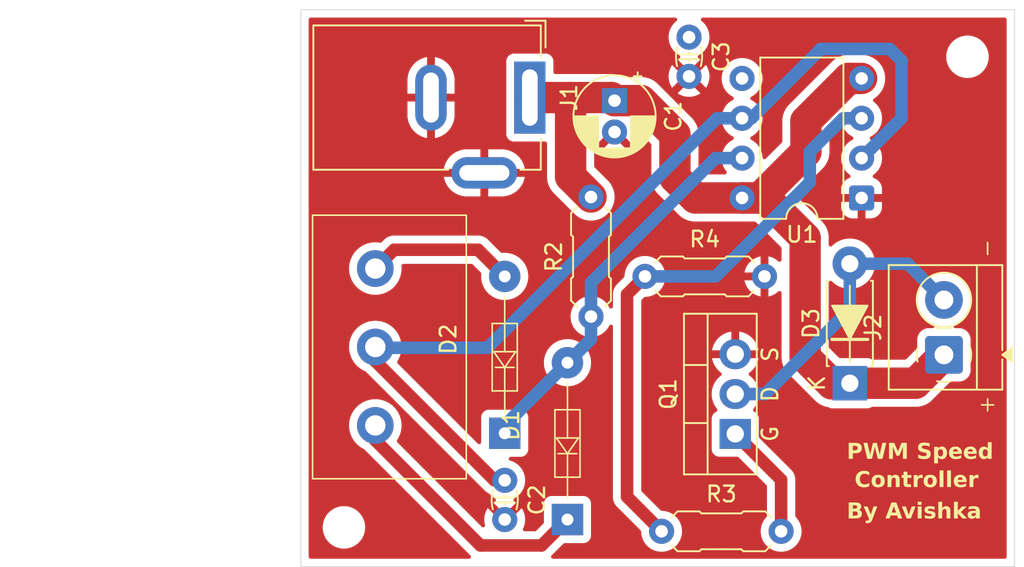
<source format=kicad_pcb>
(kicad_pcb (version 20241229) (generator "pcbnew") (generator_version "9.0")
  (layers (0 "F.Cu" signal) (2 "B.Cu" signal) (13 "F.Paste" user) (15 "B.Paste" user) (5 "F.SilkS" user "F.Silkscreen") (7 "B.SilkS" user "B.Silkscreen") (1 "F.Mask" user) (3 "B.Mask" user) (25 "Edge.Cuts" user))
  (net 0 "")
  (net 1 "VCC")
  (net 2 "GND")
  (net 3 "/2")
  (net 4 "Net-(U1-CV)")
  (net 5 "/7")
  (net 6 "Net-(D1-Pad1)")
  (net 7 "Net-(D2-Pad2)")
  (net 8 "Net-(D3-A)")
  (net 9 "Net-(Q1-G)")
  (net 10 "Net-(U1-Q)")
  (footprint "PCM_Capacitor_THT_AKL:C_Disc_D3.0mm_W1.6mm_P2.50mm" (layer "F.Cu") (at 115.75 69.75 -90)
    (property "Reference" "C3" (at 1.25 -2.05 90) (layer "F.SilkS"))
    (property "Value" "C_Disc_D3.0mm_W1.6mm_P2.50mm" (hide yes))
    (fp_line (start 0.973 0) (end 1.1 0) (stroke (width 0.12)) (layer "F.SilkS"))
    (fp_line (start 1.1 0) (end 1.1 0.6) (stroke (width 0.12)) (layer "F.SilkS"))
    (fp_line (start 1.1 0) (end 1.1 -0.6) (stroke (width 0.12)) (layer "F.SilkS"))
    (fp_line (start 1.397 0) (end 1.397 0.6) (stroke (width 0.12)) (layer "F.SilkS"))
    (fp_line (start 1.397 0) (end 1.397 -0.6) (stroke (width 0.12)) (layer "F.SilkS"))
    (fp_line (start 1.524 0) (end 1.397 0) (stroke (width 0.12)) (layer "F.SilkS"))
    (fp_arc (start 1.8415 0.762) (mid 1.235266 0.832639) (end 0.631071 0.746283) (stroke (width 0.12)) (layer "F.SilkS"))
    (fp_arc (start 0.635 -0.762) (mid 1.241234 -0.832639) (end 1.845429 -0.746283) (stroke (width 0.12)) (layer "F.SilkS"))
    (pad "1" thru_hole circle (at 0 0 270) (size 1.6 1.6) (drill 0.8) (layers "*.Cu" "*.Mask") (net 4 "Net-(U1-CV)"))
    (pad "2" thru_hole circle (at 2.5 0 270) (size 1.6 1.6) (drill 0.8) (layers "*.Cu" "*.Mask") (net 2 "GND"))
  )
  (footprint "MountingHole:MountingHole_2.2mm_M2_DIN965" (layer "F.Cu") (at 133.5 71)
    (property "Reference" "H1" (hide yes))
    (property "Value" "MountingHole" (hide yes))
    (pad "" np_thru_hole circle (at 0 0) (size 2.2 2.2) (drill 2.2) (layers "*.Cu" "*.Mask"))
  )
  (footprint "PCM_Resistor_THT_AKL:R_Axial_DIN0207_L6.3mm_D2.5mm_P7.62mm_Horizontal" (layer "F.Cu") (at 109.5 87.56 90)
    (property "Reference" "R2" (at 3.81 -2.37 90) (layer "F.SilkS"))
    (property "Value" "R_DIN0207_P7.62mm" (hide yes))
    (fp_line (start 6.604 -1.27) (end 5.207 -1.27) (stroke (width 0.12)) (layer "F.SilkS"))
    (fp_line (start 5.207 -1.27) (end 5.08 -1.143) (stroke (width 0.12)) (layer "F.SilkS"))
    (fp_line (start 2.413 -1.27) (end 2.54 -1.143) (stroke (width 0.12)) (layer "F.SilkS"))
    (fp_line (start 1.016 -1.27) (end 2.413 -1.27) (stroke (width 0.12)) (layer "F.SilkS"))
    (fp_line (start 5.08 -1.143) (end 3.81 -1.143) (stroke (width 0.12)) (layer "F.SilkS"))
    (fp_line (start 2.54 -1.143) (end 3.81 -1.143) (stroke (width 0.12)) (layer "F.SilkS"))
    (fp_line (start 6.985 -0.889) (end 6.604 -1.27) (stroke (width 0.12)) (layer "F.SilkS"))
    (fp_line (start 0.635 -0.889) (end 1.016 -1.27) (stroke (width 0.12)) (layer "F.SilkS"))
    (fp_line (start 6.985 0.889) (end 6.604 1.27) (stroke (width 0.12)) (layer "F.SilkS"))
    (fp_line (start 0.635 0.889) (end 1.016 1.27) (stroke (width 0.12)) (layer "F.SilkS"))
    (fp_line (start 5.08 1.143) (end 3.81 1.143) (stroke (width 0.12)) (layer "F.SilkS"))
    (fp_line (start 2.54 1.143) (end 3.81 1.143) (stroke (width 0.12)) (layer "F.SilkS"))
    (fp_line (start 6.604 1.27) (end 5.207 1.27) (stroke (width 0.12)) (layer "F.SilkS"))
    (fp_line (start 5.207 1.27) (end 5.08 1.143) (stroke (width 0.12)) (layer "F.SilkS"))
    (fp_line (start 2.413 1.27) (end 2.54 1.143) (stroke (width 0.12)) (layer "F.SilkS"))
    (fp_line (start 1.016 1.27) (end 2.413 1.27) (stroke (width 0.12)) (layer "F.SilkS"))
    (pad "1" thru_hole circle (at 0 0 90) (size 1.6 1.6) (drill 0.8) (layers "*.Cu" "*.Mask") (net 5 "/7"))
    (pad "2" thru_hole oval (at 7.62 0 90) (size 1.6 1.6) (drill 0.8) (layers "*.Cu" "*.Mask") (net 1 "VCC"))
  )
  (footprint "PCM_Resistor_THT_AKL:R_Axial_DIN0207_L6.3mm_D2.5mm_P7.62mm_Horizontal" (layer "F.Cu") (at 112.94 85)
    (property "Reference" "R4" (at 3.81 -2.37 0) (layer "F.SilkS"))
    (property "Value" "R_DIN0207_P7.62mm" (hide yes))
    (fp_line (start 0.635 -0.889) (end 1.016 -1.27) (stroke (width 0.12)) (layer "F.SilkS"))
    (fp_line (start 0.635 0.889) (end 1.016 1.27) (stroke (width 0.12)) (layer "F.SilkS"))
    (fp_line (start 1.016 -1.27) (end 2.413 -1.27) (stroke (width 0.12)) (layer "F.SilkS"))
    (fp_line (start 1.016 1.27) (end 2.413 1.27) (stroke (width 0.12)) (layer "F.SilkS"))
    (fp_line (start 2.413 -1.27) (end 2.54 -1.143) (stroke (width 0.12)) (layer "F.SilkS"))
    (fp_line (start 2.413 1.27) (end 2.54 1.143) (stroke (width 0.12)) (layer "F.SilkS"))
    (fp_line (start 2.54 -1.143) (end 3.81 -1.143) (stroke (width 0.12)) (layer "F.SilkS"))
    (fp_line (start 2.54 1.143) (end 3.81 1.143) (stroke (width 0.12)) (layer "F.SilkS"))
    (fp_line (start 5.08 -1.143) (end 3.81 -1.143) (stroke (width 0.12)) (layer "F.SilkS"))
    (fp_line (start 5.08 1.143) (end 3.81 1.143) (stroke (width 0.12)) (layer "F.SilkS"))
    (fp_line (start 5.207 -1.27) (end 5.08 -1.143) (stroke (width 0.12)) (layer "F.SilkS"))
    (fp_line (start 5.207 1.27) (end 5.08 1.143) (stroke (width 0.12)) (layer "F.SilkS"))
    (fp_line (start 6.604 -1.27) (end 5.207 -1.27) (stroke (width 0.12)) (layer "F.SilkS"))
    (fp_line (start 6.604 1.27) (end 5.207 1.27) (stroke (width 0.12)) (layer "F.SilkS"))
    (fp_line (start 6.985 -0.889) (end 6.604 -1.27) (stroke (width 0.12)) (layer "F.SilkS"))
    (fp_line (start 6.985 0.889) (end 6.604 1.27) (stroke (width 0.12)) (layer "F.SilkS"))
    (pad "1" thru_hole circle (at 0 0) (size 1.6 1.6) (drill 0.8) (layers "*.Cu" "*.Mask") (net 10 "Net-(U1-Q)"))
    (pad "2" thru_hole oval (at 7.62 0) (size 1.6 1.6) (drill 0.8) (layers "*.Cu" "*.Mask") (net 2 "GND"))
  )
  (footprint "Package_DIP:DIP-8_W7.62mm" (layer "F.Cu") (at 126.75 80 180)
    (property "Reference" "U1" (at 3.81 -2.33 0) (layer "F.SilkS"))
    (property "Value" "NE555P")
    (fp_line (start 6.46 8.95) (end 6.46 -1.33) (stroke (width 0.12)) (layer "F.SilkS"))
    (fp_line (start 6.46 -1.33) (end 4.81 -1.33) (stroke (width 0.12)) (layer "F.SilkS"))
    (fp_line (start 2.81 -1.33) (end 1.16 -1.33) (stroke (width 0.12)) (layer "F.SilkS"))
    (fp_line (start 1.16 8.95) (end 6.46 8.95) (stroke (width 0.12)) (layer "F.SilkS"))
    (fp_line (start 1.16 -1.33) (end 1.16 8.95) (stroke (width 0.12)) (layer "F.SilkS"))
    (fp_arc (start 4.81 -1.33) (mid 3.81 -0.33) (end 2.81 -1.33) (stroke (width 0.12)) (layer "F.SilkS"))
    (pad "1" thru_hole roundrect (at 0 0 180) (size 1.6 1.6) (drill 0.8) (layers "*.Cu" "*.Mask") (roundrect_rratio 0.15625) (net 2 "GND"))
    (pad "2" thru_hole circle (at 0 2.54 180) (size 1.6 1.6) (drill 0.8) (layers "*.Cu" "*.Mask") (net 3 "/2"))
    (pad "3" thru_hole circle (at 0 5.08 180) (size 1.6 1.6) (drill 0.8) (layers "*.Cu" "*.Mask") (net 10 "Net-(U1-Q)"))
    (pad "4" thru_hole circle (at 0 7.62 180) (size 1.6 1.6) (drill 0.8) (layers "*.Cu" "*.Mask") (net 1 "VCC"))
    (pad "5" thru_hole circle (at 7.62 7.62 180) (size 1.6 1.6) (drill 0.8) (layers "*.Cu" "*.Mask") (net 4 "Net-(U1-CV)"))
    (pad "6" thru_hole circle (at 7.62 5.08 180) (size 1.6 1.6) (drill 0.8) (layers "*.Cu" "*.Mask") (net 3 "/2"))
    (pad "7" thru_hole circle (at 7.62 2.54 180) (size 1.6 1.6) (drill 0.8) (layers "*.Cu" "*.Mask") (net 5 "/7"))
    (pad "8" thru_hole circle (at 7.62 0 180) (size 1.6 1.6) (drill 0.8) (layers "*.Cu" "*.Mask") (net 1 "VCC"))
  )
  (footprint "PCM_Resistor_THT_AKL:R_Axial_DIN0207_L6.3mm_D2.5mm_P7.62mm_Horizontal" (layer "F.Cu") (at 114 101.25)
    (property "Reference" "R3" (at 3.81 -2.37 0) (layer "F.SilkS"))
    (property "Value" "R_DIN0207_P7.62mm" (hide yes))
    (fp_line (start 0.635 -0.889) (end 1.016 -1.27) (stroke (width 0.12)) (layer "F.SilkS"))
    (fp_line (start 0.635 0.889) (end 1.016 1.27) (stroke (width 0.12)) (layer "F.SilkS"))
    (fp_line (start 1.016 -1.27) (end 2.413 -1.27) (stroke (width 0.12)) (layer "F.SilkS"))
    (fp_line (start 1.016 1.27) (end 2.413 1.27) (stroke (width 0.12)) (layer "F.SilkS"))
    (fp_line (start 2.413 -1.27) (end 2.54 -1.143) (stroke (width 0.12)) (layer "F.SilkS"))
    (fp_line (start 2.413 1.27) (end 2.54 1.143) (stroke (width 0.12)) (layer "F.SilkS"))
    (fp_line (start 2.54 -1.143) (end 3.81 -1.143) (stroke (width 0.12)) (layer "F.SilkS"))
    (fp_line (start 2.54 1.143) (end 3.81 1.143) (stroke (width 0.12)) (layer "F.SilkS"))
    (fp_line (start 5.08 -1.143) (end 3.81 -1.143) (stroke (width 0.12)) (layer "F.SilkS"))
    (fp_line (start 5.08 1.143) (end 3.81 1.143) (stroke (width 0.12)) (layer "F.SilkS"))
    (fp_line (start 5.207 -1.27) (end 5.08 -1.143) (stroke (width 0.12)) (layer "F.SilkS"))
    (fp_line (start 5.207 1.27) (end 5.08 1.143) (stroke (width 0.12)) (layer "F.SilkS"))
    (fp_line (start 6.604 -1.27) (end 5.207 -1.27) (stroke (width 0.12)) (layer "F.SilkS"))
    (fp_line (start 6.604 1.27) (end 5.207 1.27) (stroke (width 0.12)) (layer "F.SilkS"))
    (fp_line (start 6.985 -0.889) (end 6.604 -1.27) (stroke (width 0.12)) (layer "F.SilkS"))
    (fp_line (start 6.985 0.889) (end 6.604 1.27) (stroke (width 0.12)) (layer "F.SilkS"))
    (pad "1" thru_hole circle (at 0 0) (size 1.6 1.6) (drill 0.8) (layers "*.Cu" "*.Mask") (net 10 "Net-(U1-Q)"))
    (pad "2" thru_hole oval (at 7.62 0) (size 1.6 1.6) (drill 0.8) (layers "*.Cu" "*.Mask") (net 9 "Net-(Q1-G)"))
  )
  (footprint "MountingHole:MountingHole_2.2mm_M2_DIN965" (layer "F.Cu") (at 93.75 101)
    (property "Reference" "H2" (hide yes))
    (property "Value" "MountingHole" (hide yes))
    (pad "" np_thru_hole circle (at 0 0) (size 2.2 2.2) (drill 2.2) (layers "*.Cu" "*.Mask"))
  )
  (footprint "PCM_Capacitor_THT_AKL:C_Disc_D3.0mm_W1.6mm_P2.50mm" (layer "F.Cu") (at 104 98 -90)
    (property "Reference" "C2" (at 1.25 -2.05 90) (layer "F.SilkS"))
    (property "Value" "C_Disc_D3.0mm_W1.6mm_P2.50mm" (hide yes))
    (fp_line (start 0.973 0) (end 1.1 0) (stroke (width 0.12)) (layer "F.SilkS"))
    (fp_line (start 1.1 0) (end 1.1 0.6) (stroke (width 0.12)) (layer "F.SilkS"))
    (fp_line (start 1.1 0) (end 1.1 -0.6) (stroke (width 0.12)) (layer "F.SilkS"))
    (fp_line (start 1.397 0) (end 1.397 0.6) (stroke (width 0.12)) (layer "F.SilkS"))
    (fp_line (start 1.397 0) (end 1.397 -0.6) (stroke (width 0.12)) (layer "F.SilkS"))
    (fp_line (start 1.524 0) (end 1.397 0) (stroke (width 0.12)) (layer "F.SilkS"))
    (fp_arc (start 1.8415 0.762) (mid 1.235266 0.832639) (end 0.631071 0.746283) (stroke (width 0.12)) (layer "F.SilkS"))
    (fp_arc (start 0.635 -0.762) (mid 1.241234 -0.832639) (end 1.845429 -0.746283) (stroke (width 0.12)) (layer "F.SilkS"))
    (pad "1" thru_hole circle (at 0 0 270) (size 1.6 1.6) (drill 0.8) (layers "*.Cu" "*.Mask") (net 3 "/2"))
    (pad "2" thru_hole circle (at 2.5 0 270) (size 1.6 1.6) (drill 0.8) (layers "*.Cu" "*.Mask") (net 2 "GND"))
  )
  (footprint "Connector_BarrelJack:BarrelJack_GCT_DCJ200-10-A_Horizontal" (layer "F.Cu") (at 105.6 73.6 -90)
    (property "Reference" "J1" (at 0 -2.5 270) (layer "F.SilkS"))
    (property "Value" "Barrel_Jack_PTH")
    (fp_line (start -4.6 13.8) (end -4.6 -0.7) (stroke (width 0.12)) (layer "F.SilkS"))
    (fp_line (start 4.6 13.8) (end -4.6 13.8) (stroke (width 0.12)) (layer "F.SilkS"))
    (fp_line (start 4.6 5.2) (end 4.6 13.8) (stroke (width 0.12)) (layer "F.SilkS"))
    (fp_line (start -4.6 -0.7) (end -2.6 -0.7) (stroke (width 0.12)) (layer "F.SilkS"))
    (fp_line (start 2.6 -0.7) (end 4.6 -0.7) (stroke (width 0.12)) (layer "F.SilkS"))
    (fp_line (start 4.6 -0.7) (end 4.6 0.6) (stroke (width 0.12)) (layer "F.SilkS"))
    (fp_line (start -4.9 -1) (end -4.9 0.3) (stroke (width 0.12)) (layer "F.SilkS"))
    (fp_line (start -3.2 -1) (end -4.9 -1) (stroke (width 0.12)) (layer "F.SilkS"))
    (pad "1" thru_hole rect (at 0 0 270) (size 4.6 2) (drill oval 3.6 1) (layers "*.Cu" "*.Mask") (net 1 "VCC"))
    (pad "2" thru_hole oval (at 0 6.3 270) (size 4.2 2) (drill oval 3.2 1) (layers "*.Cu" "*.Mask") (net 2 "GND"))
    (pad "3" thru_hole oval (at 4.8 2.9 270) (size 2 4.2) (drill oval 1 3.2) (layers "*.Cu" "*.Mask") (net 2 "GND"))
  )
  (footprint "TerminalBlock_4Ucon:TerminalBlock_4Ucon_1x02_P3.50mm_Horizontal" (layer "F.Cu") (at 132 90 90)
    (property "Reference" "J2" (at 1.75 -4.52 90) (layer "F.SilkS"))
    (property "Value" "Screw_Terminal_3.5mm_2" (hide yes))
    (fp_line (start 5.72 -3.52) (end 5.72 3.72) (stroke (width 0.12)) (layer "F.SilkS"))
    (fp_line (start -2.22 -3.52) (end 5.72 -3.52) (stroke (width 0.12)) (layer "F.SilkS"))
    (fp_line (start -2.22 -3.52) (end -2.22 3.72) (stroke (width 0.12)) (layer "F.SilkS"))
    (fp_line (start -2.22 2.1) (end 5.72 2.1) (stroke (width 0.12)) (layer "F.SilkS"))
    (fp_line (start 0.3 3.72) (end 5.72 3.72) (stroke (width 0.12)) (layer "F.SilkS"))
    (fp_line (start -2.22 3.72) (end -0.3 3.72) (stroke (width 0.12)) (layer "F.SilkS"))
    (fp_arc (start -0.433 -1.68) (mid 0.000376 -1.734903) (end 0.433727 -1.679812) (stroke (width 0.12)) (layer "F.SilkS"))
    (fp_arc (start 1.68 -0.433) (mid 1.734903 0.000376) (end 1.679812 0.433727) (stroke (width 0.12)) (layer "F.SilkS"))
    (fp_arc (start -1.68 0.433) (mid -1.734903 -0.000376) (end -1.679812 -0.433727) (stroke (width 0.12)) (layer "F.SilkS"))
    (fp_arc (start 0.433 1.68) (mid -0.000376 1.734903) (end -0.433727 1.679812) (stroke (width 0.12)) (layer "F.SilkS"))
    (fp_circle (center 3.5 0) (end 5.235 0) (stroke (width 0.12)) (fill no) (layer "F.SilkS"))
    (fp_poly (pts (xy 0 3.72) (xy 0.44 4.33) (xy -0.44 4.33) (xy 0 3.72)) (stroke (width 0.12)) (fill yes) (layer "F.SilkS"))
    (pad "1" thru_hole roundrect (at 0 0 90) (size 2.4 2.4) (drill 1.2) (layers "*.Cu" "*.Mask") (roundrect_rratio 0.104167) (net 1 "VCC"))
    (pad "2" thru_hole circle (at 3.5 0 90) (size 2.4 2.4) (drill 1.2) (layers "*.Cu" "*.Mask") (net 8 "Net-(D3-A)"))
  )
  (footprint "PCM_Capacitor_THT_AKL:CP_Radial_D5.0mm_P2.00mm" (layer "F.Cu") (at 111 73.794888 -90)
    (property "Reference" "C1" (at 1 -3.75 90) (layer "F.SilkS"))
    (property "Value" "CP_Radial_D5.0mm_P2.00mm" (hide yes))
    (fp_line (start 1 1.04) (end 1 2.58) (stroke (width 0.12)) (layer "F.SilkS"))
    (fp_line (start 1.04 1.04) (end 1.04 2.58) (stroke (width 0.12)) (layer "F.SilkS"))
    (fp_line (start 1.08 1.04) (end 1.08 2.579) (stroke (width 0.12)) (layer "F.SilkS"))
    (fp_line (start 1.12 1.04) (end 1.12 2.578) (stroke (width 0.12)) (layer "F.SilkS"))
    (fp_line (start 1.16 1.04) (end 1.16 2.576) (stroke (width 0.12)) (layer "F.SilkS"))
    (fp_line (start 1.2 1.04) (end 1.2 2.573) (stroke (width 0.12)) (layer "F.SilkS"))
    (fp_line (start 1.24 1.04) (end 1.24 2.569) (stroke (width 0.12)) (layer "F.SilkS"))
    (fp_line (start 1.28 1.04) (end 1.28 2.565) (stroke (width 0.12)) (layer "F.SilkS"))
    (fp_line (start 1.32 1.04) (end 1.32 2.561) (stroke (width 0.12)) (layer "F.SilkS"))
    (fp_line (start 1.36 1.04) (end 1.36 2.556) (stroke (width 0.12)) (layer "F.SilkS"))
    (fp_line (start 1.4 1.04) (end 1.4 2.55) (stroke (width 0.12)) (layer "F.SilkS"))
    (fp_line (start 1.44 1.04) (end 1.44 2.543) (stroke (width 0.12)) (layer "F.SilkS"))
    (fp_line (start 1.48 1.04) (end 1.48 2.536) (stroke (width 0.12)) (layer "F.SilkS"))
    (fp_line (start 1.52 1.04) (end 1.52 2.528) (stroke (width 0.12)) (layer "F.SilkS"))
    (fp_line (start 1.56 1.04) (end 1.56 2.52) (stroke (width 0.12)) (layer "F.SilkS"))
    (fp_line (start 1.6 1.04) (end 1.6 2.511) (stroke (width 0.12)) (layer "F.SilkS"))
    (fp_line (start 1.64 1.04) (end 1.64 2.501) (stroke (width 0.12)) (layer "F.SilkS"))
    (fp_line (start 1.68 1.04) (end 1.68 2.491) (stroke (width 0.12)) (layer "F.SilkS"))
    (fp_line (start 1.721 1.04) (end 1.721 2.48) (stroke (width 0.12)) (layer "F.SilkS"))
    (fp_line (start 1.761 1.04) (end 1.761 2.468) (stroke (width 0.12)) (layer "F.SilkS"))
    (fp_line (start 1.801 1.04) (end 1.801 2.455) (stroke (width 0.12)) (layer "F.SilkS"))
    (fp_line (start 1.841 1.04) (end 1.841 2.442) (stroke (width 0.12)) (layer "F.SilkS"))
    (fp_line (start 1.881 1.04) (end 1.881 2.428) (stroke (width 0.12)) (layer "F.SilkS"))
    (fp_line (start 1.921 1.04) (end 1.921 2.414) (stroke (width 0.12)) (layer "F.SilkS"))
    (fp_line (start 1.961 1.04) (end 1.961 2.398) (stroke (width 0.12)) (layer "F.SilkS"))
    (fp_line (start 2.001 1.04) (end 2.001 2.382) (stroke (width 0.12)) (layer "F.SilkS"))
    (fp_line (start 2.041 1.04) (end 2.041 2.365) (stroke (width 0.12)) (layer "F.SilkS"))
    (fp_line (start 2.081 1.04) (end 2.081 2.348) (stroke (width 0.12)) (layer "F.SilkS"))
    (fp_line (start 2.121 1.04) (end 2.121 2.329) (stroke (width 0.12)) (layer "F.SilkS"))
    (fp_line (start 2.161 1.04) (end 2.161 2.31) (stroke (width 0.12)) (layer "F.SilkS"))
    (fp_line (start 2.201 1.04) (end 2.201 2.29) (stroke (width 0.12)) (layer "F.SilkS"))
    (fp_line (start 2.241 1.04) (end 2.241 2.268) (stroke (width 0.12)) (layer "F.SilkS"))
    (fp_line (start 2.281 1.04) (end 2.281 2.247) (stroke (width 0.12)) (layer "F.SilkS"))
    (fp_line (start 2.321 1.04) (end 2.321 2.224) (stroke (width 0.12)) (layer "F.SilkS"))
    (fp_line (start 2.361 1.04) (end 2.361 2.2) (stroke (width 0.12)) (layer "F.SilkS"))
    (fp_line (start 2.401 1.04) (end 2.401 2.175) (stroke (width 0.12)) (layer "F.SilkS"))
    (fp_line (start 2.441 1.04) (end 2.441 2.149) (stroke (width 0.12)) (layer "F.SilkS"))
    (fp_line (start 2.481 1.04) (end 2.481 2.122) (stroke (width 0.12)) (layer "F.SilkS"))
    (fp_line (start 2.521 1.04) (end 2.521 2.095) (stroke (width 0.12)) (layer "F.SilkS"))
    (fp_line (start 2.561 1.04) (end 2.561 2.065) (stroke (width 0.12)) (layer "F.SilkS"))
    (fp_line (start 2.601 1.04) (end 2.601 2.035) (stroke (width 0.12)) (layer "F.SilkS"))
    (fp_line (start 2.641 1.04) (end 2.641 2.004) (stroke (width 0.12)) (layer "F.SilkS"))
    (fp_line (start 2.681 1.04) (end 2.681 1.971) (stroke (width 0.12)) (layer "F.SilkS"))
    (fp_line (start 2.721 1.04) (end 2.721 1.937) (stroke (width 0.12)) (layer "F.SilkS"))
    (fp_line (start 2.761 1.04) (end 2.761 1.901) (stroke (width 0.12)) (layer "F.SilkS"))
    (fp_line (start 2.801 1.04) (end 2.801 1.864) (stroke (width 0.12)) (layer "F.SilkS"))
    (fp_line (start 2.841 1.04) (end 2.841 1.826) (stroke (width 0.12)) (layer "F.SilkS"))
    (fp_line (start 2.881 1.04) (end 2.881 1.785) (stroke (width 0.12)) (layer "F.SilkS"))
    (fp_line (start 2.921 1.04) (end 2.921 1.743) (stroke (width 0.12)) (layer "F.SilkS"))
    (fp_line (start 2.961 1.04) (end 2.961 1.699) (stroke (width 0.12)) (layer "F.SilkS"))
    (fp_line (start 3.001 1.04) (end 3.001 1.653) (stroke (width 0.12)) (layer "F.SilkS"))
    (fp_line (start 3.601 -0.284) (end 3.601 0.284) (stroke (width 0.12)) (layer "F.SilkS"))
    (fp_line (start 3.561 -0.518) (end 3.561 0.518) (stroke (width 0.12)) (layer "F.SilkS"))
    (fp_line (start 3.521 -0.677) (end 3.521 0.677) (stroke (width 0.12)) (layer "F.SilkS"))
    (fp_line (start 3.481 -0.805) (end 3.481 0.805) (stroke (width 0.12)) (layer "F.SilkS"))
    (fp_line (start 3.441 -0.915) (end 3.441 0.915) (stroke (width 0.12)) (layer "F.SilkS"))
    (fp_line (start 3.401 -1.011) (end 3.401 1.011) (stroke (width 0.12)) (layer "F.SilkS"))
    (fp_line (start 3.361 -1.098) (end 3.361 1.098) (stroke (width 0.12)) (layer "F.SilkS"))
    (fp_line (start 3.321 -1.178) (end 3.321 1.178) (stroke (width 0.12)) (layer "F.SilkS"))
    (fp_line (start 3.281 -1.251) (end 3.281 1.251) (stroke (width 0.12)) (layer "F.SilkS"))
    (fp_line (start 3.241 -1.319) (end 3.241 1.319) (stroke (width 0.12)) (layer "F.SilkS"))
    (fp_line (start 3.201 -1.383) (end 3.201 1.383) (stroke (width 0.12)) (layer "F.SilkS"))
    (fp_line (start 3.161 -1.443) (end 3.161 1.443) (stroke (width 0.12)) (layer "F.SilkS"))
    (fp_line (start -1.804775 -1.475) (end -1.304775 -1.475) (stroke (width 0.12)) (layer "F.SilkS"))
    (fp_line (start 3.121 -1.5) (end 3.121 1.5) (stroke (width 0.12)) (layer "F.SilkS"))
    (fp_line (start 3.081 -1.554) (end 3.081 1.554) (stroke (width 0.12)) (layer "F.SilkS"))
    (fp_line (start 3.041 -1.605) (end 3.041 1.605) (stroke (width 0.12)) (layer "F.SilkS"))
    (fp_line (start 3.001 -1.653) (end 3.001 -1.04) (stroke (width 0.12)) (layer "F.SilkS"))
    (fp_line (start 2.961 -1.699) (end 2.961 -1.04) (stroke (width 0.12)) (layer "F.SilkS"))
    (fp_line (start -1.554775 -1.725) (end -1.554775 -1.225) (stroke (width 0.12)) (layer "F.SilkS"))
    (fp_line (start 2.921 -1.743) (end 2.921 -1.04) (stroke (width 0.12)) (layer "F.SilkS"))
    (fp_line (start 2.881 -1.785) (end 2.881 -1.04) (stroke (width 0.12)) (layer "F.SilkS"))
    (fp_line (start 2.841 -1.826) (end 2.841 -1.04) (stroke (width 0.12)) (layer "F.SilkS"))
    (fp_line (start 2.801 -1.864) (end 2.801 -1.04) (stroke (width 0.12)) (layer "F.SilkS"))
    (fp_line (start 2.761 -1.901) (end 2.761 -1.04) (stroke (width 0.12)) (layer "F.SilkS"))
    (fp_line (start 2.721 -1.937) (end 2.721 -1.04) (stroke (width 0.12)) (layer "F.SilkS"))
    (fp_line (start 2.681 -1.971) (end 2.681 -1.04) (stroke (width 0.12)) (layer "F.SilkS"))
    (fp_line (start 2.641 -2.004) (end 2.641 -1.04) (stroke (width 0.12)) (layer "F.SilkS"))
    (fp_line (start 2.601 -2.035) (end 2.601 -1.04) (stroke (width 0.12)) (layer "F.SilkS"))
    (fp_line (start 2.561 -2.065) (end 2.561 -1.04) (stroke (width 0.12)) (layer "F.SilkS"))
    (fp_line (start 2.521 -2.095) (end 2.521 -1.04) (stroke (width 0.12)) (layer "F.SilkS"))
    (fp_line (start 2.481 -2.122) (end 2.481 -1.04) (stroke (width 0.12)) (layer "F.SilkS"))
    (fp_line (start 2.441 -2.149) (end 2.441 -1.04) (stroke (width 0.12)) (layer "F.SilkS"))
    (fp_line (start 2.401 -2.175) (end 2.401 -1.04) (stroke (width 0.12)) (layer "F.SilkS"))
    (fp_line (start 2.361 -2.2) (end 2.361 -1.04) (stroke (width 0.12)) (layer "F.SilkS"))
    (fp_line (start 2.321 -2.224) (end 2.321 -1.04) (stroke (width 0.12)) (layer "F.SilkS"))
    (fp_line (start 2.281 -2.247) (end 2.281 -1.04) (stroke (width 0.12)) (layer "F.SilkS"))
    (fp_line (start 2.241 -2.268) (end 2.241 -1.04) (stroke (width 0.12)) (layer "F.SilkS"))
    (fp_line (start 2.201 -2.29) (end 2.201 -1.04) (stroke (width 0.12)) (layer "F.SilkS"))
    (fp_line (start 2.161 -2.31) (end 2.161 -1.04) (stroke (width 0.12)) (layer "F.SilkS"))
    (fp_line (start 2.121 -2.329) (end 2.121 -1.04) (stroke (width 0.12)) (layer "F.SilkS"))
    (fp_line (start 2.081 -2.348) (end 2.081 -1.04) (stroke (width 0.12)) (layer "F.SilkS"))
    (fp_line (start 2.041 -2.365) (end 2.041 -1.04) (stroke (width 0.12)) (layer "F.SilkS"))
    (fp_line (start 2.001 -2.382) (end 2.001 -1.04) (stroke (width 0.12)) (layer "F.SilkS"))
    (fp_line (start 1.961 -2.398) (end 1.961 -1.04) (stroke (width 0.12)) (layer "F.SilkS"))
    (fp_line (start 1.921 -2.414) (end 1.921 -1.04) (stroke (width 0.12)) (layer "F.SilkS"))
    (fp_line (start 1.881 -2.428) (end 1.881 -1.04) (stroke (width 0.12)) (layer "F.SilkS"))
    (fp_line (start 1.841 -2.442) (end 1.841 -1.04) (stroke (width 0.12)) (layer "F.SilkS"))
    (fp_line (start 1.801 -2.455) (end 1.801 -1.04) (stroke (width 0.12)) (layer "F.SilkS"))
    (fp_line (start 1.761 -2.468) (end 1.761 -1.04) (stroke (width 0.12)) (layer "F.SilkS"))
    (fp_line (start 1.721 -2.48) (end 1.721 -1.04) (stroke (width 0.12)) (layer "F.SilkS"))
    (fp_line (start 1.68 -2.491) (end 1.68 -1.04) (stroke (width 0.12)) (layer "F.SilkS"))
    (fp_line (start 1.64 -2.501) (end 1.64 -1.04) (stroke (width 0.12)) (layer "F.SilkS"))
    (fp_line (start 1.6 -2.511) (end 1.6 -1.04) (stroke (width 0.12)) (layer "F.SilkS"))
    (fp_line (start 1.56 -2.52) (end 1.56 -1.04) (stroke (width 0.12)) (layer "F.SilkS"))
    (fp_line (start 1.52 -2.528) (end 1.52 -1.04) (stroke (width 0.12)) (layer "F.SilkS"))
    (fp_line (start 1.48 -2.536) (end 1.48 -1.04) (stroke (width 0.12)) (layer "F.SilkS"))
    (fp_line (start 1.44 -2.543) (end 1.44 -1.04) (stroke (width 0.12)) (layer "F.SilkS"))
    (fp_line (start 1.4 -2.55) (end 1.4 -1.04) (stroke (width 0.12)) (layer "F.SilkS"))
    (fp_line (start 1.36 -2.556) (end 1.36 -1.04) (stroke (width 0.12)) (layer "F.SilkS"))
    (fp_line (start 1.32 -2.561) (end 1.32 -1.04) (stroke (width 0.12)) (layer "F.SilkS"))
    (fp_line (start 1.28 -2.565) (end 1.28 -1.04) (stroke (width 0.12)) (layer "F.SilkS"))
    (fp_line (start 1.24 -2.569) (end 1.24 -1.04) (stroke (width 0.12)) (layer "F.SilkS"))
    (fp_line (start 1.2 -2.573) (end 1.2 -1.04) (stroke (width 0.12)) (layer "F.SilkS"))
    (fp_line (start 1.16 -2.576) (end 1.16 -1.04) (stroke (width 0.12)) (layer "F.SilkS"))
    (fp_line (start 1.12 -2.578) (end 1.12 -1.04) (stroke (width 0.12)) (layer "F.SilkS"))
    (fp_line (start 1.08 -2.579) (end 1.08 -1.04) (stroke (width 0.12)) (layer "F.SilkS"))
    (fp_line (start 1 -2.58) (end 1 -1.04) (stroke (width 0.12)) (layer "F.SilkS"))
    (fp_line (start 1.04 -2.58) (end 1.04 -1.04) (stroke (width 0.12)) (layer "F.SilkS"))
    (fp_circle (center 1 0) (end 3.62 0) (stroke (width 0.12)) (fill no) (layer "F.SilkS"))
    (pad "1" thru_hole rect (at 0 0 270) (size 1.6 1.6) (drill 0.8) (layers "*.Cu" "*.Mask") (net 1 "VCC"))
    (pad "2" thru_hole circle (at 2 0 270) (size 1.6 1.6) (drill 0.8) (layers "*.Cu" "*.Mask") (net 2 "GND"))
  )
  (footprint "digikey-footprints:Diode_DO-35_P10mm" (layer "F.Cu") (at 108 100.5 90)
    (property "Reference" "D1" (at 6 -3.6 90) (layer "F.SilkS"))
    (property "Value" "1N4148")
    (fp_line (start 7 -0.8) (end 7 0) (stroke (width 0.1)) (layer "F.SilkS"))
    (fp_line (start 2.7 -0.8) (end 7 -0.8) (stroke (width 0.1)) (layer "F.SilkS"))
    (fp_line (start 5.2 -0.7) (end 5.2 0.7) (stroke (width 0.1)) (layer "F.SilkS"))
    (fp_line (start 8.7 0) (end 7 0) (stroke (width 0.1)) (layer "F.SilkS"))
    (fp_line (start 7 0) (end 5.2 0) (stroke (width 0.1)) (layer "F.SilkS"))
    (fp_line (start 4.2 0) (end 5.2 -0.7) (stroke (width 0.1)) (layer "F.SilkS"))
    (fp_line (start 4.2 0) (end 4.2 -0.6) (stroke (width 0.1)) (layer "F.SilkS"))
    (fp_line (start 4.2 0) (end 3.5 0) (stroke (width 0.1)) (layer "F.SilkS"))
    (fp_line (start 4.2 0) (end 4.2 0.6) (stroke (width 0.1)) (layer "F.SilkS"))
    (fp_line (start 3.5 0) (end 2.7 0) (stroke (width 0.1)) (layer "F.SilkS"))
    (fp_line (start 2.7 0) (end 2.7 -0.8) (stroke (width 0.1)) (layer "F.SilkS"))
    (fp_line (start 2.7 0) (end 2.7 0.8) (stroke (width 0.1)) (layer "F.SilkS"))
    (fp_line (start 1.3 0) (end 2.7 0) (stroke (width 0.1)) (layer "F.SilkS"))
    (fp_line (start 5.2 0.7) (end 4.2 0) (stroke (width 0.1)) (layer "F.SilkS"))
    (fp_line (start 7 0.8) (end 7 0) (stroke (width 0.1)) (layer "F.SilkS"))
    (fp_line (start 2.7 0.8) (end 7 0.8) (stroke (width 0.1)) (layer "F.SilkS"))
    (pad "1" thru_hole rect (at 0 0 90) (size 2 2) (drill 0.76) (layers "*.Cu" "*.Mask") (net 6 "Net-(D1-Pad1)"))
    (pad "2" thru_hole circle (at 10 0 90) (size 2 2) (drill 0.76) (layers "*.Cu" "*.Mask") (net 5 "/7"))
  )
  (footprint "SparkFun-Resistor:Bourns-PDB18" (layer "F.Cu") (at 95.75 89.5 180)
    (property "Reference" "R1")
    (property "Value" "R_Potentiometer")
    (fp_rect (start -5.8 -8.4) (end 4 8.4) (stroke (width 0.1)) (fill no) (layer "F.SilkS"))
    (pad "1" thru_hole circle (at 0 5 180) (size 2.34 2.34) (drill 1.3) (layers "*.Cu" "*.Mask") (net 7 "Net-(D2-Pad2)"))
    (pad "2" thru_hole circle (at 0 0 180) (size 2.34 2.34) (drill 1.3) (layers "*.Cu" "*.Mask") (net 3 "/2"))
    (pad "3" thru_hole circle (at 0 -5 180) (size 2.34 2.34) (drill 1.3) (layers "*.Cu" "*.Mask") (net 6 "Net-(D1-Pad1)"))
  )
  (footprint "digikey-footprints:Diode_DO-35_P10mm" (layer "F.Cu") (at 104 95 90)
    (property "Reference" "D2" (at 6 -3.6 90) (layer "F.SilkS"))
    (property "Value" "1N4148")
    (fp_line (start 7 -0.8) (end 7 0) (stroke (width 0.1)) (layer "F.SilkS"))
    (fp_line (start 2.7 -0.8) (end 7 -0.8) (stroke (width 0.1)) (layer "F.SilkS"))
    (fp_line (start 5.2 -0.7) (end 5.2 0.7) (stroke (width 0.1)) (layer "F.SilkS"))
    (fp_line (start 8.7 0) (end 7 0) (stroke (width 0.1)) (layer "F.SilkS"))
    (fp_line (start 7 0) (end 5.2 0) (stroke (width 0.1)) (layer "F.SilkS"))
    (fp_line (start 4.2 0) (end 5.2 -0.7) (stroke (width 0.1)) (layer "F.SilkS"))
    (fp_line (start 4.2 0) (end 4.2 -0.6) (stroke (width 0.1)) (layer "F.SilkS"))
    (fp_line (start 4.2 0) (end 3.5 0) (stroke (width 0.1)) (layer "F.SilkS"))
    (fp_line (start 4.2 0) (end 4.2 0.6) (stroke (width 0.1)) (layer "F.SilkS"))
    (fp_line (start 3.5 0) (end 2.7 0) (stroke (width 0.1)) (layer "F.SilkS"))
    (fp_line (start 2.7 0) (end 2.7 -0.8) (stroke (width 0.1)) (layer "F.SilkS"))
    (fp_line (start 2.7 0) (end 2.7 0.8) (stroke (width 0.1)) (layer "F.SilkS"))
    (fp_line (start 1.3 0) (end 2.7 0) (stroke (width 0.1)) (layer "F.SilkS"))
    (fp_line (start 5.2 0.7) (end 4.2 0) (stroke (width 0.1)) (layer "F.SilkS"))
    (fp_line (start 7 0.8) (end 7 0) (stroke (width 0.1)) (layer "F.SilkS"))
    (fp_line (start 2.7 0.8) (end 7 0.8) (stroke (width 0.1)) (layer "F.SilkS"))
    (pad "1" thru_hole rect (at 0 0 90) (size 2 2) (drill 0.76) (layers "*.Cu" "*.Mask") (net 5 "/7"))
    (pad "2" thru_hole circle (at 10 0 90) (size 2 2) (drill 0.76) (layers "*.Cu" "*.Mask") (net 7 "Net-(D2-Pad2)"))
  )
  (footprint "PCM_Diode_THT_AKL:D_DO-41_SOD81_P7.62mm_Horizontal" (layer "F.Cu") (at 126 91.81 90)
    (property "Reference" "D3" (at 3.81 -2.47 90) (layer "F.SilkS"))
    (property "Value" "1N4001" (hide yes))
    (fp_line (start 6.53 -1.47) (end 6.53 -1.34) (stroke (width 0.12)) (layer "F.SilkS"))
    (fp_line (start 1.09 -1.47) (end 6.53 -1.47) (stroke (width 0.12)) (layer "F.SilkS"))
    (fp_line (start 1.09 -1.34) (end 1.09 -1.47) (stroke (width 0.12)) (layer "F.SilkS"))
    (fp_line (start 2.794 -1.143) (end 2.794 1.143) (stroke (width 0.2)) (layer "F.SilkS"))
    (fp_line (start 4.953 0) (end 6.223 0) (stroke (width 0.12)) (layer "F.SilkS"))
    (fp_line (start 2.794 0) (end 1.397 0) (stroke (width 0.12)) (layer "F.SilkS"))
    (fp_line (start 1.09 1.34) (end 1.09 1.47) (stroke (width 0.12)) (layer "F.SilkS"))
    (fp_line (start 6.53 1.47) (end 6.53 1.34) (stroke (width 0.12)) (layer "F.SilkS"))
    (fp_line (start 1.09 1.47) (end 6.53 1.47) (stroke (width 0.12)) (layer "F.SilkS"))
    (fp_poly (pts (xy 4.953 1.143) (xy 2.794 0) (xy 4.953 -1.143)) (stroke (width 0.1)) (fill yes) (layer "F.SilkS"))
    (fp_text user "K" (at 0 -2.1 90) (layer "F.SilkS"))
    (pad "1" thru_hole rect (at 0 0 90) (size 2.2 2.2) (drill 1.1) (layers "*.Cu" "*.Mask") (net 1 "VCC"))
    (pad "2" thru_hole oval (at 7.62 0 90) (size 2.2 2.2) (drill 1.1) (layers "*.Cu" "*.Mask") (net 8 "Net-(D3-A)"))
  )
  (footprint "PCM_Package_TO_SOT_THT_AKL:TO-220-3_Vertical_GDS" (layer "F.Cu") (at 118.695 95.04 90)
    (property "Reference" "Q1" (at 2.54 -4.27 90) (layer "F.SilkS"))
    (property "Value" "IRFZ44N" (hide yes))
    (fp_line (start 7.66 -3.27) (end 7.66 1.371) (stroke (width 0.12)) (layer "F.SilkS"))
    (fp_line (start 4.391 -3.27) (end 4.391 -1.76) (stroke (width 0.12)) (layer "F.SilkS"))
    (fp_line (start 0.69 -3.27) (end 0.69 -1.76) (stroke (width 0.12)) (layer "F.SilkS"))
    (fp_line (start -2.58 -3.27) (end 7.66 -3.27) (stroke (width 0.12)) (layer "F.SilkS"))
    (fp_line (start -2.58 -3.27) (end -2.58 1.371) (stroke (width 0.12)) (layer "F.SilkS"))
    (fp_line (start -2.58 -1.76) (end 7.66 -1.76) (stroke (width 0.12)) (layer "F.SilkS"))
    (fp_line (start -2.58 1.371) (end 7.66 1.371) (stroke (width 0.12)) (layer "F.SilkS"))
    (fp_text user "G" (at 0 2.2225 90) (layer "F.SilkS"))
    (fp_text user "D" (at 2.54 2.2225 90) (layer "F.SilkS"))
    (fp_text user "S" (at 5.08 2.2225 90) (layer "F.SilkS"))
    (pad "1" thru_hole rect (at 0 0 90) (size 1.905 2) (drill 1.1) (layers "*.Cu" "*.Mask") (net 9 "Net-(Q1-G)"))
    (pad "2" thru_hole oval (at 2.54 0 90) (size 1.905 2) (drill 1.1) (layers "*.Cu" "*.Mask") (net 8 "Net-(D3-A)"))
    (pad "3" thru_hole oval (at 5.08 0 90) (size 1.905 2) (drill 1.1) (layers "*.Cu" "*.Mask") (net 2 "GND"))
  )
  (gr_rect (start 91 68) (end 136.5 103.5) (stroke (width 0.05)) (fill no) (layer "Edge.Cuts"))
  (gr_text "+" (at 134.1 93.7 0) (layer "F.SilkS") (effects (font (size 1 1) (thickness 0.1)) (justify left bottom)))
  (gr_text "-\n\n" (at 136.9 83.9 90) (layer "F.SilkS") (effects (font (size 1 1) (thickness 0.1)) (justify left bottom)))
  (gr_text "PWM Speed\n" (at 125.8 96.8 0) (layer "F.SilkS") (effects (font (size 1 1) (thickness 0.2) (bold yes)) (justify left bottom)))
  (gr_text "Controller\n" (at 126.3 98.6 0) (layer "F.SilkS") (effects (font (size 1 1) (thickness 0.2) (bold yes)) (justify left bottom)))
  (gr_text "By Avishka\n" (at 125.8 100.6 0) (layer "F.SilkS") (effects (font (size 1 1) (thickness 0.2) (bold yes)) (justify left bottom)))
  (segment (start 123.15 82.55) (end 123.15 90.15) (width 2) (layer "F.Cu") (net 1))
  (segment (start 108.17 73.6) (end 110.805112 73.6) (width 2) (layer "F.Cu") (net 1))
  (segment (start 116.15 80) (end 119.13 80) (width 2) (layer "F.Cu") (net 1))
  (segment (start 112.694888 73.794888) (end 114.85 75.95) (width 2) (layer "F.Cu") (net 1))
  (segment (start 123.2 77.06137) (end 123.2 75.1) (width 2) (layer "F.Cu") (net 1))
  (segment (start 110.805112 73.6) (end 111 73.794888) (width 2) (layer "F.Cu") (net 1))
  (segment (start 120.6 80) (end 123.15 82.55) (width 2) (layer "F.Cu") (net 1))
  (segment (start 126 91.81) (end 130.19 91.81) (width 2) (layer "F.Cu") (net 1))
  (segment (start 119.13 80) (end 120.6 80) (width 2) (layer "F.Cu") (net 1))
  (segment (start 123.2 75.1) (end 125.92 72.38) (width 2) (layer "F.Cu") (net 1))
  (segment (start 108.2 78.64) (end 108.2 73.63) (width 2) (layer "F.Cu") (net 1))
  (segment (start 120.26137 80) (end 123.2 77.06137) (width 2) (layer "F.Cu") (net 1))
  (segment (start 124.85 91.85) (end 124.89 91.81) (width 2) (layer "F.Cu") (net 1))
  (segment (start 109.5 79.94) (end 108.2 78.64) (width 2) (layer "F.Cu") (net 1))
  (segment (start 108.2 73.63) (end 108.17 73.6) (width 2) (layer "F.Cu") (net 1))
  (segment (start 105.6 73.6) (end 108.17 73.6) (width 2) (layer "F.Cu") (net 1))
  (segment (start 130.19 91.81) (end 132 90) (width 2) (layer "F.Cu") (net 1))
  (segment (start 114.85 78.7) (end 116.15 80) (width 2) (layer "F.Cu") (net 1))
  (segment (start 125.92 72.38) (end 126.75 72.38) (width 2) (layer "F.Cu") (net 1))
  (segment (start 119.13 80) (end 120.26137 80) (width 2) (layer "F.Cu") (net 1))
  (segment (start 111 73.794888) (end 112.694888 73.794888) (width 2) (layer "F.Cu") (net 1))
  (segment (start 123.15 90.15) (end 124.85 91.85) (width 2) (layer "F.Cu") (net 1))
  (segment (start 114.85 75.95) (end 114.85 78.7) (width 2) (layer "F.Cu") (net 1))
  (segment (start 124.89 91.81) (end 126 91.81) (width 2) (layer "F.Cu") (net 1))
  (segment (start 95.75 89.5) (end 95.75 90.4) (width 0.8) (layer "F.Cu") (net 3))
  (segment (start 95.75 90.4) (end 103.35 98) (width 0.8) (layer "F.Cu") (net 3))
  (segment (start 103.35 98) (end 104 98) (width 0.8) (layer "F.Cu") (net 3))
  (segment (start 128.55 70.5) (end 129.3 71.25) (width 0.8) (layer "B.Cu") (net 3))
  (segment (start 119.13 74.92) (end 117.53 74.92) (width 0.8) (layer "B.Cu") (net 3))
  (segment (start 124.15 70.5) (end 128.55 70.5) (width 0.8) (layer "B.Cu") (net 3))
  (segment (start 102.9 89.55) (end 95.8 89.55) (width 0.8) (layer "B.Cu") (net 3))
  (segment (start 95.8 89.55) (end 95.75 89.5) (width 0.8) (layer "B.Cu") (net 3))
  (segment (start 117.53 74.92) (end 102.9 89.55) (width 0.8) (layer "B.Cu") (net 3))
  (segment (start 129.3 71.25) (end 129.3 74.91) (width 0.8) (layer "B.Cu") (net 3))
  (segment (start 119.13 74.92) (end 119.73 74.92) (width 0.8) (layer "B.Cu") (net 3))
  (segment (start 119.73 74.92) (end 124.15 70.5) (width 0.8) (layer "B.Cu") (net 3))
  (segment (start 129.3 74.91) (end 126.75 77.46) (width 0.8) (layer "B.Cu") (net 3))
  (segment (start 104 95) (end 104 94.5) (width 0.8) (layer "B.Cu") (net 5))
  (segment (start 109.5 87.56) (end 109.5 89) (width 0.8) (layer "B.Cu") (net 5))
  (segment (start 109.5 87.56) (end 109.5 85.4) (width 0.8) (layer "B.Cu") (net 5))
  (segment (start 109.5 89) (end 108 90.5) (width 0.8) (layer "B.Cu") (net 5))
  (segment (start 109.5 85.4) (end 117.44 77.46) (width 0.8) (layer "B.Cu") (net 5))
  (segment (start 104 94.5) (end 108 90.5) (width 0.8) (layer "B.Cu") (net 5))
  (segment (start 117.44 77.46) (end 119.13 77.46) (width 0.8) (layer "B.Cu") (net 5))
  (segment (start 102.45 102.15) (end 106.35 102.15) (width 0.8) (layer "F.Cu") (net 6))
  (segment (start 95.75 94.5) (end 95.75 95.45) (width 0.8) (layer "F.Cu") (net 6))
  (segment (start 95.75 95.45) (end 102.45 102.15) (width 0.8) (layer "F.Cu") (net 6))
  (segment (start 106.35 102.15) (end 108 100.5) (width 0.8) (layer "F.Cu") (net 6))
  (segment (start 96.95 83.3) (end 102.3 83.3) (width 0.8) (layer "F.Cu") (net 7))
  (segment (start 102.3 83.3) (end 104 85) (width 0.8) (layer "F.Cu") (net 7))
  (segment (start 95.75 84.5) (end 96.95 83.3) (width 0.8) (layer "F.Cu") (net 7))
  (segment (start 129.69 84.19) (end 132 86.5) (width 0.8) (layer "B.Cu") (net 8))
  (segment (start 118.695 92.5) (end 120.6 92.5) (width 0.8) (layer "B.Cu") (net 8))
  (segment (start 120.6 92.5) (end 126 87.1) (width 0.8) (layer "B.Cu") (net 8))
  (segment (start 126 84.19) (end 129.69 84.19) (width 0.8) (layer "B.Cu") (net 8))
  (segment (start 126 87.1) (end 126 84.19) (width 0.8) (layer "B.Cu") (net 8))
  (segment (start 121.62 97.965) (end 118.695 95.04) (width 0.8) (layer "F.Cu") (net 9))
  (segment (start 121.62 101.25) (end 121.62 97.965) (width 0.8) (layer "F.Cu") (net 9))
  (segment (start 111.8 99.05) (end 111.8 86.14) (width 0.8) (layer "F.Cu") (net 10))
  (segment (start 111.8 86.14) (end 112.94 85) (width 0.8) (layer "F.Cu") (net 10))
  (segment (start 114 101.25) (end 111.8 99.05) (width 0.8) (layer "F.Cu") (net 10))
  (segment (start 112.94 85) (end 117.45 85) (width 0.8) (layer "B.Cu") (net 10))
  (segment (start 123.45 77.05) (end 125.58 74.92) (width 0.8) (layer "B.Cu") (net 10))
  (segment (start 117.45 85) (end 123.45 79) (width 0.8) (layer "B.Cu") (net 10))
  (segment (start 125.58 74.92) (end 126.75 74.92) (width 0.8) (layer "B.Cu") (net 10))
  (segment (start 123.45 79) (end 123.45 77.05) (width 0.8) (layer "B.Cu") (net 10))
  (zone (net 2) (net_name "GND") (layer "F.Cu") (connect_pads (clearance 0.5)) (min_thickness 0.25) (fill yes (thermal_gap 0.5) (thermal_bridge_width 0.5))
    (polygon (pts (xy 91.5 68.5) (xy 136 68.5) (xy 136 103) (xy 91.5 103)))
  )
)
</source>
